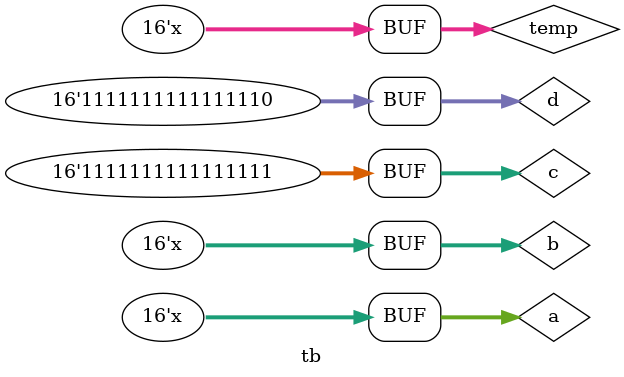
<source format=v>
module tb;

reg [15:0] a = 16'b1111111111111111;
reg [15:0] b = 16'b1111111111111110;
reg [15:0] c = 16'b1111111111111111;
reg [15:0] d = 16'b1111111111111110;

//blocking
reg [15:0] temp;
initial begin
temp = a;
a = b;
b = temp;
end

//non-blocking
initial begin
a <= b;
b <= a;
end

endmodule

</source>
